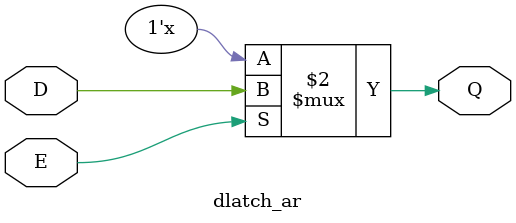
<source format=v>
module dlatch_ar(D, E, Q);
input D, E;
output reg Q;

always@ (*)
begin
if(E)
Q<=D;
end
endmodule
</source>
